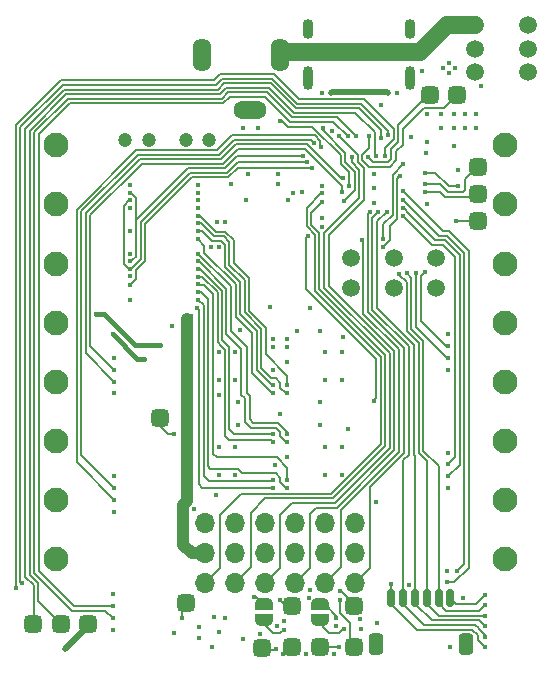
<source format=gbr>
%TF.GenerationSoftware,KiCad,Pcbnew,(7.0.0)*%
%TF.CreationDate,2023-08-07T02:07:43-04:00*%
%TF.ProjectId,NoU3,4e6f5533-2e6b-4696-9361-645f70636258,rev?*%
%TF.SameCoordinates,Original*%
%TF.FileFunction,Copper,L4,Bot*%
%TF.FilePolarity,Positive*%
%FSLAX46Y46*%
G04 Gerber Fmt 4.6, Leading zero omitted, Abs format (unit mm)*
G04 Created by KiCad (PCBNEW (7.0.0)) date 2023-08-07 02:07:43*
%MOMM*%
%LPD*%
G01*
G04 APERTURE LIST*
G04 Aperture macros list*
%AMRoundRect*
0 Rectangle with rounded corners*
0 $1 Rounding radius*
0 $2 $3 $4 $5 $6 $7 $8 $9 X,Y pos of 4 corners*
0 Add a 4 corners polygon primitive as box body*
4,1,4,$2,$3,$4,$5,$6,$7,$8,$9,$2,$3,0*
0 Add four circle primitives for the rounded corners*
1,1,$1+$1,$2,$3*
1,1,$1+$1,$4,$5*
1,1,$1+$1,$6,$7*
1,1,$1+$1,$8,$9*
0 Add four rect primitives between the rounded corners*
20,1,$1+$1,$2,$3,$4,$5,0*
20,1,$1+$1,$4,$5,$6,$7,0*
20,1,$1+$1,$6,$7,$8,$9,0*
20,1,$1+$1,$8,$9,$2,$3,0*%
%AMFreePoly0*
4,1,19,0.500000,-0.750000,0.000000,-0.750000,0.000000,-0.744911,-0.071157,-0.744911,-0.207708,-0.704816,-0.327430,-0.627875,-0.420627,-0.520320,-0.479746,-0.390866,-0.500000,-0.250000,-0.500000,0.250000,-0.479746,0.390866,-0.420627,0.520320,-0.327430,0.627875,-0.207708,0.704816,-0.071157,0.744911,0.000000,0.744911,0.000000,0.750000,0.500000,0.750000,0.500000,-0.750000,0.500000,-0.750000,
$1*%
%AMFreePoly1*
4,1,19,0.000000,0.744911,0.071157,0.744911,0.207708,0.704816,0.327430,0.627875,0.420627,0.520320,0.479746,0.390866,0.500000,0.250000,0.500000,-0.250000,0.479746,-0.390866,0.420627,-0.520320,0.327430,-0.627875,0.207708,-0.704816,0.071157,-0.744911,0.000000,-0.744911,0.000000,-0.750000,-0.500000,-0.750000,-0.500000,0.750000,0.000000,0.750000,0.000000,0.744911,0.000000,0.744911,
$1*%
G04 Aperture macros list end*
%TA.AperFunction,ComponentPad*%
%ADD10C,1.200000*%
%TD*%
%TA.AperFunction,ComponentPad*%
%ADD11C,2.100000*%
%TD*%
%TA.AperFunction,ComponentPad*%
%ADD12O,1.700000X1.700000*%
%TD*%
%TA.AperFunction,ComponentPad*%
%ADD13RoundRect,0.800000X0.000000X-0.600000X0.000000X-0.600000X0.000000X0.600000X0.000000X0.600000X0*%
%TD*%
%TA.AperFunction,ComponentPad*%
%ADD14RoundRect,0.800000X0.600000X0.000000X0.600000X0.000000X-0.600000X0.000000X-0.600000X0.000000X0*%
%TD*%
%TA.AperFunction,ComponentPad*%
%ADD15C,1.500000*%
%TD*%
%TA.AperFunction,ComponentPad*%
%ADD16O,0.900000X2.000000*%
%TD*%
%TA.AperFunction,ComponentPad*%
%ADD17O,0.900000X1.700000*%
%TD*%
%TA.AperFunction,SMDPad,CuDef*%
%ADD18RoundRect,0.375000X0.375000X0.375000X-0.375000X0.375000X-0.375000X-0.375000X0.375000X-0.375000X0*%
%TD*%
%TA.AperFunction,SMDPad,CuDef*%
%ADD19RoundRect,0.375000X0.375000X-0.375000X0.375000X0.375000X-0.375000X0.375000X-0.375000X-0.375000X0*%
%TD*%
%TA.AperFunction,SMDPad,CuDef*%
%ADD20RoundRect,0.375000X-0.375000X-0.375000X0.375000X-0.375000X0.375000X0.375000X-0.375000X0.375000X0*%
%TD*%
%TA.AperFunction,SMDPad,CuDef*%
%ADD21FreePoly0,90.000000*%
%TD*%
%TA.AperFunction,SMDPad,CuDef*%
%ADD22FreePoly1,90.000000*%
%TD*%
%TA.AperFunction,SMDPad,CuDef*%
%ADD23FreePoly0,270.000000*%
%TD*%
%TA.AperFunction,SMDPad,CuDef*%
%ADD24FreePoly1,270.000000*%
%TD*%
%TA.AperFunction,SMDPad,CuDef*%
%ADD25RoundRect,0.150000X0.150000X0.625000X-0.150000X0.625000X-0.150000X-0.625000X0.150000X-0.625000X0*%
%TD*%
%TA.AperFunction,SMDPad,CuDef*%
%ADD26RoundRect,0.250000X0.350000X0.650000X-0.350000X0.650000X-0.350000X-0.650000X0.350000X-0.650000X0*%
%TD*%
%TA.AperFunction,ViaPad*%
%ADD27C,0.450000*%
%TD*%
%TA.AperFunction,Conductor*%
%ADD28C,0.203200*%
%TD*%
%TA.AperFunction,Conductor*%
%ADD29C,0.500000*%
%TD*%
%TA.AperFunction,Conductor*%
%ADD30C,1.000000*%
%TD*%
%TA.AperFunction,Conductor*%
%ADD31C,0.200000*%
%TD*%
%TA.AperFunction,Conductor*%
%ADD32C,0.400000*%
%TD*%
%TA.AperFunction,Conductor*%
%ADD33C,1.500000*%
%TD*%
G04 APERTURE END LIST*
D10*
%TO.P,C39,1*%
%TO.N,VCC*%
X-8000000Y14000000D03*
%TO.P,C39,2*%
%TO.N,GND*%
X-6000000Y14000000D03*
%TD*%
D11*
%TO.P,J11,1,Pin_1*%
%TO.N,/MotorDriver-4/Aout2*%
X19000000Y-16500000D03*
%TO.P,J11,2,Pin_2*%
%TO.N,/MotorDriver-4/Aout1*%
X19000000Y-21500000D03*
%TD*%
%TO.P,J6,1,Pin_1*%
%TO.N,/MotorDriver-2/Bout1*%
X-19000000Y-1500000D03*
%TO.P,J6,2,Pin_2*%
%TO.N,/MotorDriver-2/Bout2*%
X-19000000Y3500000D03*
%TD*%
D12*
%TO.P,U19,1,PWR*%
%TO.N,+5V*%
X-1269999Y-20999999D03*
X1269999Y-20999999D03*
%TO.P,U19,2,GND*%
%TO.N,GND*%
X-1269999Y-18459999D03*
X1269999Y-18459999D03*
%TO.P,U19,3,srv1*%
%TO.N,SRV3*%
X-1269999Y-23539999D03*
%TO.P,U19,4,srv2*%
%TO.N,SRV4*%
X1269999Y-23539999D03*
%TD*%
D13*
%TO.P,J15,1*%
%TO.N,Net-(J15-Pad1)*%
X0Y21182500D03*
%TO.P,J15,2*%
%TO.N,GND*%
X-6650000Y21182500D03*
D14*
%TO.P,J15,3*%
%TO.N,N/C*%
X-2550000Y16482500D03*
%TD*%
D15*
%TO.P,D4,1,K*%
%TO.N,GND*%
X13200000Y1450000D03*
%TO.P,D4,2,A*%
%TO.N,Net-(D4-A)*%
X13200000Y3950000D03*
%TD*%
D11*
%TO.P,J5,1,Pin_1*%
%TO.N,/MotorDriver-2/Aout2*%
X-19000000Y8500000D03*
%TO.P,J5,2,Pin_2*%
%TO.N,/MotorDriver-2/Aout1*%
X-19000000Y13500000D03*
%TD*%
D16*
%TO.P,U17,S1,SHIELD*%
%TO.N,unconnected-(U17-SHIELD-PadS1)*%
X11019999Y19194999D03*
D17*
X11019999Y23364999D03*
D16*
X2379999Y19194999D03*
D17*
X2379999Y23364999D03*
%TD*%
D11*
%TO.P,J2,1,Pin_1*%
%TO.N,/MotorDriver-1/Aout2*%
X19000000Y3500000D03*
%TO.P,J2,2,Pin_2*%
%TO.N,/MotorDriver-1/Aout1*%
X19000000Y-1500000D03*
%TD*%
%TO.P,J12,1,Pin_1*%
%TO.N,MD4_B1*%
X19000000Y-6500000D03*
%TO.P,J12,2,Pin_2*%
%TO.N,MD4_B2*%
X19000000Y-11500000D03*
%TD*%
%TO.P,J3,1,Pin_1*%
%TO.N,/MotorDriver-1/Bout1*%
X19000000Y13500000D03*
%TO.P,J3,2,Pin_2*%
%TO.N,/MotorDriver-1/Bout2*%
X19000000Y8500000D03*
%TD*%
D12*
%TO.P,U18,1,PWR*%
%TO.N,+5V*%
X-6369999Y-20999999D03*
X-3829999Y-20999999D03*
%TO.P,U18,2,GND*%
%TO.N,GND*%
X-6369999Y-18459999D03*
X-3829999Y-18459999D03*
%TO.P,U18,3,srv1*%
%TO.N,SRV1*%
X-6369999Y-23539999D03*
%TO.P,U18,4,srv2*%
%TO.N,SRV2*%
X-3829999Y-23539999D03*
%TD*%
D11*
%TO.P,J9,1,Pin_1*%
%TO.N,MD3_B1*%
X-19000000Y-21500000D03*
%TO.P,J9,2,Pin_2*%
%TO.N,MD3_B2*%
X-19000000Y-16500000D03*
%TD*%
D12*
%TO.P,U7,1,PWR*%
%TO.N,+3V3*%
X3779999Y-20999999D03*
X6319999Y-20999999D03*
%TO.P,U7,2,GND*%
%TO.N,GND*%
X3779999Y-18459999D03*
X6319999Y-18459999D03*
%TO.P,U7,3,srv1*%
%TO.N,GPIO_MISC1*%
X3779999Y-23539999D03*
%TO.P,U7,4,srv2*%
%TO.N,GPIO_MISC2*%
X6319999Y-23539999D03*
%TD*%
D15*
%TO.P,D5,1,K*%
%TO.N,GND*%
X6000000Y1450000D03*
%TO.P,D5,2,A*%
%TO.N,Net-(D5-A)*%
X6000000Y3950000D03*
%TD*%
%TO.P,U8,1,1*%
%TO.N,unconnected-(U8-Pad1)*%
X16450000Y19700000D03*
%TO.P,U8,2,2*%
%TO.N,Net-(Q1-D)*%
X16450000Y21700000D03*
%TO.P,U8,3,3*%
%TO.N,Net-(J15-Pad1)*%
X16450000Y23700000D03*
%TO.P,U8,4,4*%
%TO.N,unconnected-(U8-Pad4)*%
X20950000Y19700000D03*
%TO.P,U8,5,5*%
%TO.N,unconnected-(U8-Pad5)*%
X20950000Y21700000D03*
%TO.P,U8,6,6*%
%TO.N,unconnected-(U8-Pad6)*%
X20950000Y23700000D03*
%TD*%
D10*
%TO.P,C20,1*%
%TO.N,VCC*%
X-11150000Y14000000D03*
%TO.P,C20,2*%
%TO.N,GND*%
X-13150000Y14000000D03*
%TD*%
D11*
%TO.P,J8,1,Pin_1*%
%TO.N,/MotorDriver-3/Aout2*%
X-19000000Y-11500000D03*
%TO.P,J8,2,Pin_2*%
%TO.N,/MotorDriver-3/Aout1*%
X-19000000Y-6500000D03*
%TD*%
D15*
%TO.P,D6,1,K*%
%TO.N,GND*%
X9600000Y1450000D03*
%TO.P,D6,2,A*%
%TO.N,Net-(D6-A)*%
X9600000Y3950000D03*
%TD*%
D18*
%TO.P,TP8,1,1*%
%TO.N,Net-(U23-INT2)*%
X3400000Y-29000000D03*
%TD*%
%TO.P,TP6,1,1*%
%TO.N,Q_SDA*%
X-18600000Y-27000000D03*
%TD*%
D19*
%TO.P,TP21,1,1*%
%TO.N,SNS_VER*%
X12700000Y17800000D03*
%TD*%
D18*
%TO.P,TP9,1,1*%
%TO.N,GND*%
X-16300000Y-27000000D03*
%TD*%
%TO.P,TP5,1,1*%
%TO.N,Net-(U23-ASCx)*%
X6200000Y-25500000D03*
%TD*%
D20*
%TO.P,TP15,1,1*%
%TO.N,Net-(U26-INT2)*%
X1000000Y-25500000D03*
%TD*%
D21*
%TO.P,JP2,1,A*%
%TO.N,+3V3*%
X-1400000Y-26650000D03*
D22*
%TO.P,JP2,2,B*%
%TO.N,Net-(JP2-B)*%
X-1400000Y-25350000D03*
%TD*%
D20*
%TO.P,TP1,1,1*%
%TO.N,Net-(U2-U0TXD)*%
X16700000Y9400000D03*
%TD*%
D18*
%TO.P,TP3,1,1*%
%TO.N,GND*%
X16700000Y7100000D03*
%TD*%
%TO.P,TP20,1,1*%
%TO.N,SNS_VIN*%
X15000000Y17800000D03*
%TD*%
D20*
%TO.P,TP17,1,1*%
%TO.N,Net-(U26-SCx)*%
X1000000Y-29000000D03*
%TD*%
D23*
%TO.P,JP1,1,A*%
%TO.N,+3V3*%
X3400000Y-25350000D03*
D24*
%TO.P,JP1,2,B*%
%TO.N,Net-(JP1-B)*%
X3400000Y-26650000D03*
%TD*%
D20*
%TO.P,TP2,1,1*%
%TO.N,Net-(U2-U0RXD)*%
X16700000Y11700000D03*
%TD*%
D18*
%TO.P,TP22,1,1*%
%TO.N,nSleep*%
X-10200000Y-9600000D03*
%TD*%
%TO.P,TP7,1,1*%
%TO.N,Q_SCL*%
X-20900000Y-27000000D03*
%TD*%
D25*
%TO.P,J16,1,Pin_1*%
%TO.N,GND*%
X14400000Y-24800000D03*
%TO.P,J16,2,Pin_2*%
%TO.N,SF_SCL*%
X13400000Y-24800000D03*
%TO.P,J16,3,Pin_3*%
%TO.N,SF_SDA*%
X12400000Y-24800000D03*
%TO.P,J16,4,Pin_4*%
%TO.N,SF_INT1*%
X11400000Y-24800000D03*
%TO.P,J16,5,Pin_5*%
%TO.N,SF_INT2*%
X10400000Y-24800000D03*
%TO.P,J16,6,Pin_6*%
%TO.N,GPIO_MISC2*%
X9400000Y-24800000D03*
D26*
%TO.P,J16,MP*%
%TO.N,N/C*%
X15700000Y-28675000D03*
X8100000Y-28675000D03*
%TD*%
D18*
%TO.P,TP10,1,1*%
%TO.N,GND*%
X-8000000Y-25200000D03*
%TD*%
D20*
%TO.P,TP16,1,1*%
%TO.N,Net-(U26-SDx)*%
X-1512735Y-29060353D03*
%TD*%
D18*
%TO.P,TP4,1,1*%
%TO.N,Net-(U23-ASDx)*%
X6200000Y-29000000D03*
%TD*%
D27*
%TO.N,GND*%
X7900000Y9900000D03*
X-5200000Y-6350000D03*
X-3200000Y-28300000D03*
X5200000Y-12000000D03*
X-3600000Y-8200000D03*
X7900000Y11100000D03*
X3500332Y17932185D03*
X8200000Y-26900000D03*
X-12733506Y2404388D03*
X4700000Y-27200000D03*
X-4725000Y-26525000D03*
X15600000Y15000000D03*
X16600000Y15000000D03*
X14900000Y7100000D03*
X13600000Y16200000D03*
X9909479Y17922881D03*
X15600000Y16200000D03*
X-14200000Y-27500000D03*
X8500000Y16900000D03*
X3400000Y-10200000D03*
X15059037Y11392283D03*
X-3600000Y-10200000D03*
X14734037Y13454502D03*
X5200000Y-14400000D03*
X3800000Y-14400000D03*
X-5200000Y-12000000D03*
X3350000Y-2200000D03*
X14100000Y-22500000D03*
X-14100000Y-7500000D03*
X3800000Y-4000000D03*
X-3800000Y-14400000D03*
X14200000Y-2500000D03*
X17000000Y18500000D03*
X14200000Y-12500000D03*
X-14100000Y-17500000D03*
X7900000Y8600000D03*
X-7300000Y-17300000D03*
X12400000Y16200000D03*
X-12750000Y8200000D03*
X-5400000Y7000000D03*
X1838623Y9532520D03*
X3800000Y-12000000D03*
X12400000Y13800000D03*
X14700000Y16200000D03*
X12000000Y19800000D03*
X17300000Y-24600000D03*
X16600000Y16200000D03*
X300000Y-26800000D03*
X13600000Y15000000D03*
X-18200000Y-29100000D03*
X14700000Y15000000D03*
X5200000Y-6400000D03*
X-176894Y11049495D03*
X-4700000Y7000000D03*
X-3800000Y-12000000D03*
X-3394651Y-2140405D03*
X5200000Y-4000000D03*
X-8300000Y-26500000D03*
X-3800000Y-6400000D03*
X3400000Y-8200000D03*
X-3800000Y-4000000D03*
X3800000Y-6400000D03*
X11059037Y14250000D03*
X-200000Y10200000D03*
X-5200000Y-4000000D03*
X14400000Y-29000000D03*
X-5200000Y-14400000D03*
%TO.N,VCC*%
X1037035Y9484763D03*
X-2760596Y11107840D03*
X-425000Y-13525000D03*
X0Y-9200000D03*
X13805738Y20048653D03*
X-5200000Y4900000D03*
X5700000Y-10500000D03*
X-5452224Y-16057578D03*
X-600000Y-5525000D03*
X600000Y-12875000D03*
X1450000Y-2200000D03*
X-900000Y-187213D03*
X5300000Y-2700000D03*
X679500Y8887500D03*
X14300000Y19600000D03*
X14300000Y20500000D03*
X14777031Y20055648D03*
X-5200000Y-7600000D03*
X600000Y-4875000D03*
X-5900000Y4900000D03*
%TO.N,+3V3*%
X-12750000Y450000D03*
X-5225000Y-27725000D03*
X4543125Y-29567348D03*
X12359037Y12850000D03*
X3533877Y6591537D03*
X-1914292Y14953493D03*
X10900000Y-23700000D03*
X2500000Y-300000D03*
X-3127019Y14961524D03*
X4400000Y14731216D03*
X-14100000Y-4500000D03*
X-14200000Y-24500000D03*
X-2900000Y8900000D03*
X12459037Y8500000D03*
X-12750000Y4325000D03*
X2400000Y-24800000D03*
X15500000Y-24800000D03*
X-9000000Y-27800000D03*
X-5625000Y-26425000D03*
X-12750000Y6225000D03*
X4700000Y-26500000D03*
X-12750000Y10125000D03*
X-14100000Y-14500000D03*
X300000Y-27500000D03*
X14200000Y-5500000D03*
X3500000Y10100000D03*
X14200000Y-15500000D03*
%TO.N,+5V*%
X-4205785Y10249659D03*
X-8100000Y-1400000D03*
X-7600000Y-900000D03*
%TO.N,Net-(U2-XTAL_N)*%
X15059037Y10050000D03*
X12259037Y11200000D03*
%TO.N,SNS_VIN*%
X7487300Y14299808D03*
X15500000Y17900000D03*
%TO.N,E1A*%
X14200000Y-4500000D03*
X11469399Y2740879D03*
%TO.N,E1B*%
X14200000Y-3500000D03*
X12242133Y2757867D03*
%TO.N,E3A*%
X2878830Y13678830D03*
X-14100000Y-15500000D03*
%TO.N,E3B*%
X-14100000Y-16500000D03*
X3446337Y13406416D03*
%TO.N,E2A*%
X-14100000Y-5500000D03*
X5262763Y9540257D03*
%TO.N,E2B*%
X5307867Y10707867D03*
X-14100000Y-6500000D03*
%TO.N,/MotorDriver-1/BIN1*%
X-7000000Y10150000D03*
X600000Y-2900000D03*
%TO.N,/MotorDriver-1/BIN2*%
X-7000000Y9500000D03*
X600000Y-3575000D03*
%TO.N,/MotorDriver-1/AIN2*%
X-7000000Y7550000D03*
X600000Y-6800000D03*
%TO.N,/MotorDriver-2/BIN1*%
X-600000Y-7500000D03*
X-7000000Y5575000D03*
%TO.N,/MotorDriver-2/BIN2*%
X-600000Y-6825000D03*
X-7000000Y6250000D03*
%TO.N,/MotorDriver-2/AIN2*%
X-7000000Y8200000D03*
X-600000Y-3575000D03*
%TO.N,/MotorDriver-2/AIN1*%
X-600000Y-2900000D03*
X-7000000Y8850000D03*
%TO.N,/MotorDriver-3/BIN1*%
X-600000Y-15500000D03*
X-7025000Y-225000D03*
%TO.N,/MotorDriver-3/BIN2*%
X-600000Y-14825000D03*
X-7000000Y450000D03*
%TO.N,/MotorDriver-3/AIN2*%
X-7000000Y2400000D03*
X-600000Y-11575000D03*
%TO.N,/MotorDriver-3/AIN1*%
X-600000Y-10900000D03*
X-7000000Y3050000D03*
%TO.N,/MotorDriver-4/BIN1*%
X-7000000Y4350000D03*
X600000Y-10900000D03*
%TO.N,/MotorDriver-4/BIN2*%
X-7000000Y3700000D03*
X600000Y-11575000D03*
%TO.N,/MotorDriver-4/AIN2*%
X-7000000Y1750000D03*
X600000Y-14825000D03*
%TO.N,/MotorDriver-4/AIN1*%
X-7000000Y1100000D03*
X600000Y-15500000D03*
%TO.N,SRV1*%
X3559037Y9450000D03*
%TO.N,SRV2*%
X3559037Y8750000D03*
%TO.N,SRV3*%
X6030168Y12481020D03*
%TO.N,SRV4*%
X4981216Y14281216D03*
%TO.N,/VUSB*%
X4302472Y17930856D03*
X9104680Y17941489D03*
%TO.N,/MotorDriver-2/Aout2*%
X-10200000Y-3400000D03*
X-15600000Y-800000D03*
%TO.N,/MotorDriver-2/Bout1*%
X-14200000Y-2500000D03*
X-11500000Y-4600000D03*
%TO.N,M_SRCLK*%
X1906189Y12620300D03*
X-12752913Y9477268D03*
X-12747462Y3681366D03*
%TO.N,M_RCLK*%
X-12749424Y8852735D03*
X2293124Y12123757D03*
X-12730017Y3056833D03*
%TO.N,M_SER*%
X2642340Y11600000D03*
X-12750000Y1725000D03*
%TO.N,E_D+*%
X-7867Y15592133D03*
X5800000Y10100000D03*
%TO.N,E_D-*%
X3600000Y14970498D03*
X5400000Y8800000D03*
%TO.N,E5A*%
X-14200000Y-25500000D03*
X5689083Y14289083D03*
%TO.N,Net-(U2-CHIP_PU)*%
X-21893900Y-23554875D03*
X9100000Y14400000D03*
%TO.N,Net-(U2-GPIO0)*%
X-22400000Y-24000000D03*
X8900000Y12600000D03*
%TO.N,/MotorDriver-1/AIN1*%
X600000Y-7500000D03*
X-7000000Y6900000D03*
%TO.N,E4A*%
X15000000Y-22500000D03*
X10400000Y8900000D03*
%TO.N,E4B*%
X14100000Y-23500000D03*
X10400000Y9600000D03*
%TO.N,E5B*%
X6393900Y14300000D03*
X-14200000Y-26500000D03*
%TO.N,Net-(U2-U0TXD)*%
X12259037Y9550000D03*
%TO.N,Net-(U2-U0RXD)*%
X12259037Y10250000D03*
%TO.N,SF_SCL*%
X6800000Y-27400000D03*
X-1700000Y-27900000D03*
X10714444Y2682396D03*
X17300000Y-25400000D03*
X-5824087Y-28955872D03*
%TO.N,SF_SDA*%
X-6848348Y-28213134D03*
X-247608Y-27148703D03*
X10081770Y2639863D03*
X6772763Y-26628997D03*
X17300000Y-26300000D03*
%TO.N,SF_INT1*%
X9000000Y7895498D03*
X17300000Y-27200000D03*
X2500000Y-24100000D03*
%TO.N,SF_INT2*%
X8300000Y7895498D03*
X2188504Y-29549948D03*
X17300000Y-28100000D03*
%TO.N,GPIO_MISC2*%
X7600000Y7895498D03*
X-6872307Y-27254761D03*
X17300000Y-29000000D03*
X9400000Y-23600000D03*
%TO.N,E6A*%
X10395900Y8163121D03*
X14200000Y-14500000D03*
%TO.N,E6B*%
X14200000Y-13500000D03*
X10400000Y7500000D03*
%TO.N,Net-(JP1-B)*%
X5355523Y-27452273D03*
%TO.N,Net-(JP2-B)*%
X-2200000Y-24700000D03*
%TO.N,LED_MISC1*%
X8710917Y4889083D03*
X10097124Y10881389D03*
%TO.N,SNS_VER*%
X7426068Y12501910D03*
%TO.N,LED_MISC2*%
X8706100Y5600000D03*
X10400000Y11900000D03*
%TO.N,Net-(U23-ASDx)*%
X5061328Y-24947499D03*
%TO.N,Net-(U23-ASCx)*%
X5035594Y-24247355D03*
%TO.N,Net-(U23-INT2)*%
X5000000Y-29000000D03*
%TO.N,Net-(U26-INT2)*%
X0Y-25000000D03*
%TO.N,Net-(U26-SDx)*%
X-354376Y-29111608D03*
%TO.N,Net-(U26-SCx)*%
X200680Y-29550862D03*
%TO.N,nSleep*%
X8100000Y-16700000D03*
X7900000Y-8100000D03*
X-9200000Y-1800000D03*
X-9000000Y-10900000D03*
X3520574Y7320574D03*
X2331006Y5820306D03*
%TO.N,GPIO_MISC1*%
X6900000Y5500000D03*
%TO.N,Q_SCL*%
X8500000Y14100000D03*
%TO.N,Q_SDA*%
X8100000Y12600000D03*
%TD*%
D28*
%TO.N,GND*%
X-8300000Y-26500000D02*
X-8300000Y-25500000D01*
X14906600Y-25306600D02*
X16593400Y-25306600D01*
D29*
X-16300000Y-27200000D02*
X-18200000Y-29100000D01*
D28*
X16593400Y-25306600D02*
X17300000Y-24600000D01*
X16700000Y7100000D02*
X14900000Y7100000D01*
X14400000Y-24800000D02*
X14906600Y-25306600D01*
D29*
X-16300000Y-27000000D02*
X-16300000Y-27200000D01*
D28*
X-8300000Y-25500000D02*
X-8000000Y-25200000D01*
%TO.N,+3V3*%
X4700000Y-26301756D02*
X3748244Y-25350000D01*
X300000Y-27500000D02*
X0Y-27800000D01*
X3748244Y-25350000D02*
X3400000Y-25350000D01*
X-1400000Y-27000000D02*
X-1400000Y-26650000D01*
X4700000Y-26500000D02*
X4700000Y-26301756D01*
X0Y-27800000D02*
X-600000Y-27800000D01*
X-600000Y-27800000D02*
X-1400000Y-27000000D01*
D30*
%TO.N,+5V*%
X-8200000Y-18300000D02*
X-8205000Y-18295000D01*
X-6370000Y-21000000D02*
X-7500000Y-21000000D01*
X-7900000Y-16600000D02*
X-7900000Y-1200000D01*
X-8200000Y-20300000D02*
X-8200000Y-18300000D01*
X-8205000Y-16905000D02*
X-7900000Y-16600000D01*
X-7500000Y-21000000D02*
X-8200000Y-20300000D01*
X-8205000Y-18295000D02*
X-8205000Y-16905000D01*
D28*
%TO.N,Net-(U2-XTAL_N)*%
X14250000Y10050000D02*
X13100000Y11200000D01*
X13100000Y11200000D02*
X12259037Y11200000D01*
X15059037Y10050000D02*
X14250000Y10050000D01*
%TO.N,SNS_VIN*%
X7500000Y13292283D02*
X6919468Y12711751D01*
X13816441Y16700000D02*
X13900000Y16700000D01*
X7500000Y14287108D02*
X7500000Y13292283D01*
X10373000Y14889441D02*
X12190159Y16706600D01*
X9268567Y11710200D02*
X9789800Y12231433D01*
X9789800Y12989800D02*
X10373000Y13573000D01*
X13390159Y16706600D02*
X13809841Y16706600D01*
X10373000Y13573000D02*
X10373000Y14889441D01*
X12609841Y16706600D02*
X12616441Y16700000D01*
X12616441Y16700000D02*
X13383559Y16700000D01*
X9789800Y12231433D02*
X9789800Y12989800D01*
X7501337Y11710200D02*
X9268567Y11710200D01*
X6919468Y12292069D02*
X7501337Y11710200D01*
X6919468Y12711751D02*
X6919468Y12292069D01*
X13383559Y16700000D02*
X13390159Y16706600D01*
X13809841Y16706600D02*
X13816441Y16700000D01*
X13900000Y16700000D02*
X15000000Y17800000D01*
X12190159Y16706600D02*
X12609841Y16706600D01*
X7487300Y14299808D02*
X7500000Y14287108D01*
%TO.N,E1A*%
X11469399Y2740879D02*
X11500000Y2710278D01*
X11500000Y-1900000D02*
X14100000Y-4500000D01*
X11500000Y2710278D02*
X11500000Y-1900000D01*
X14100000Y-4500000D02*
X14200000Y-4500000D01*
%TO.N,E1B*%
X11900000Y2415734D02*
X11900000Y-1400000D01*
X12242133Y2757867D02*
X11900000Y2415734D01*
X11900000Y-1400000D02*
X14000000Y-3500000D01*
X14000000Y-3500000D02*
X14200000Y-3500000D01*
%TO.N,E3A*%
X-16873000Y-12727000D02*
X-14100000Y-15500000D01*
X-3907674Y13983200D02*
X-5174074Y12716800D01*
X-12067053Y12716800D02*
X-16873000Y7910853D01*
X-16873000Y7910853D02*
X-16873000Y-12727000D01*
X2878830Y13678830D02*
X2574460Y13983200D01*
X2574460Y13983200D02*
X-3907674Y13983200D01*
X-5174074Y12716800D02*
X-12067053Y12716800D01*
%TO.N,E3B*%
X-17256200Y-13343800D02*
X-14100000Y-16500000D01*
X-17256200Y8069579D02*
X-17256200Y-13343800D01*
X3384597Y13468156D02*
X3385430Y13468989D01*
X-5332800Y13100000D02*
X-12225779Y13100000D01*
X2907701Y14366400D02*
X-4066400Y14366400D01*
X-12225779Y13100000D02*
X-17256200Y8069579D01*
X3385430Y13468989D02*
X3385430Y13888671D01*
X3385430Y13888671D02*
X2907701Y14366400D01*
X3446337Y13406416D02*
X3384597Y13468156D01*
X-4066400Y14366400D02*
X-5332800Y13100000D01*
%TO.N,E2A*%
X5262763Y10037237D02*
X2100000Y13200000D01*
X-4856621Y11950400D02*
X-11749600Y11950400D01*
X-16106600Y-3493400D02*
X-14100000Y-5500000D01*
X-16106600Y7593400D02*
X-16106600Y-3493400D01*
X2100000Y13200000D02*
X-3607022Y13200000D01*
X-3607022Y13200000D02*
X-4856621Y11950400D01*
X5262763Y9540257D02*
X5262763Y10037237D01*
X-11749600Y11950400D02*
X-16106600Y7593400D01*
%TO.N,E2B*%
X2241926Y13600000D02*
X-3748948Y13600000D01*
X-5015347Y12333600D02*
X-11908327Y12333600D01*
X5134059Y10707867D02*
X2241926Y13600000D01*
X-16489800Y7752127D02*
X-16489800Y-4110200D01*
X-3748948Y13600000D02*
X-5015347Y12333600D01*
X-16489800Y-4110200D02*
X-14100000Y-6500000D01*
X-11908327Y12333600D02*
X-16489800Y7752127D01*
X5307867Y10707867D02*
X5134059Y10707867D01*
D31*
%TO.N,/MotorDriver-1/AIN2*%
X-4642598Y6180000D02*
X-3931800Y5469201D01*
X600000Y-6000000D02*
X600000Y-6800000D01*
X-5442598Y6180000D02*
X-4642598Y6180000D01*
X-1200000Y-1922934D02*
X-1200000Y-4200000D01*
X-2638400Y2275801D02*
X-2638400Y-484534D01*
X-7000000Y7550000D02*
X-6812598Y7550000D01*
X-3931800Y5469201D02*
X-3931800Y3569201D01*
X-6812598Y7550000D02*
X-5442598Y6180000D01*
X-1200000Y-4200000D02*
X600000Y-6000000D01*
X-3931800Y3569201D02*
X-2638400Y2275801D01*
X-2638400Y-484534D02*
X-1200000Y-1922934D01*
D28*
%TO.N,/MotorDriver-2/BIN1*%
X-6451072Y4409439D02*
X-6451072Y5026072D01*
X-2400000Y-5800000D02*
X-2400000Y-2400000D01*
X-2400000Y-2400000D02*
X-3793600Y-1006400D01*
X-6451072Y5026072D02*
X-7000000Y5575000D01*
X-700000Y-7500000D02*
X-2400000Y-5800000D01*
X-600000Y-7500000D02*
X-700000Y-7500000D01*
X-3793600Y1751967D02*
X-6451072Y4409439D01*
X-3793600Y-1006400D02*
X-3793600Y1751967D01*
%TO.N,/MotorDriver-2/BIN2*%
X-5806600Y5406600D02*
X-6650000Y6250000D01*
X-4693400Y5109841D02*
X-4990159Y5406600D01*
X-2000000Y-2200000D02*
X-3400000Y-800000D01*
X-4990159Y5406600D02*
X-5806600Y5406600D01*
X-4700000Y4683559D02*
X-4693400Y4690159D01*
X-3400000Y1920963D02*
X-4700000Y3220963D01*
X-4700000Y3220963D02*
X-4700000Y4683559D01*
X-4693400Y4690159D02*
X-4693400Y5109841D01*
X-714664Y-6825000D02*
X-2000000Y-5539664D01*
X-600000Y-6825000D02*
X-714664Y-6825000D01*
X-3400000Y-800000D02*
X-3400000Y1920963D01*
X-2000000Y-5539664D02*
X-2000000Y-2200000D01*
X-6650000Y6250000D02*
X-7000000Y6250000D01*
D31*
%TO.N,/MotorDriver-3/BIN1*%
X-6900000Y-15200000D02*
X-6600000Y-15500000D01*
X-6600000Y-15500000D02*
X-600000Y-15500000D01*
X-6900000Y-350000D02*
X-6900000Y-15200000D01*
X-7025000Y-225000D02*
X-6900000Y-350000D01*
%TO.N,/MotorDriver-3/BIN2*%
X-7000000Y450000D02*
X-6950000Y450000D01*
X-6069672Y-14930328D02*
X-705328Y-14930328D01*
X-6500000Y-14500000D02*
X-6069672Y-14930328D01*
X-6500000Y0D02*
X-6500000Y-14500000D01*
X-6950000Y450000D02*
X-6500000Y0D01*
X-705328Y-14930328D02*
X-600000Y-14825000D01*
%TO.N,/MotorDriver-3/AIN2*%
X-4695000Y-3790822D02*
X-4695000Y-11105000D01*
X-7000000Y2400000D02*
X-6660336Y2400000D01*
X-697387Y-11477613D02*
X-600000Y-11575000D01*
X-5005000Y-3495000D02*
X-4990822Y-3495000D01*
X-4990822Y-3495000D02*
X-4695000Y-3790822D01*
X-5318400Y-3181600D02*
X-5005000Y-3495000D01*
X-4322387Y-11477613D02*
X-697387Y-11477613D01*
X-6660336Y2400000D02*
X-5318400Y1058064D01*
X-4695000Y-11105000D02*
X-4322387Y-11477613D01*
X-5318400Y1058064D02*
X-5318400Y-3181600D01*
%TO.N,/MotorDriver-3/AIN1*%
X-4938400Y-2961600D02*
X-4305000Y-3595000D01*
X-6772935Y3050000D02*
X-4938400Y1215465D01*
X-4305000Y-10495000D02*
X-3900000Y-10900000D01*
X-7000000Y3050000D02*
X-6772935Y3050000D01*
X-4938400Y1215465D02*
X-4938400Y-2961600D01*
X-4305000Y-3595000D02*
X-4305000Y-10495000D01*
X-3900000Y-10900000D02*
X-600000Y-10900000D01*
D28*
%TO.N,/MotorDriver-4/BIN1*%
X-6933559Y4350000D02*
X-7000000Y4350000D01*
X-2800000Y-3600000D02*
X-4176800Y-2223200D01*
X-4176800Y-2223200D02*
X-4176800Y1593241D01*
X-200000Y-10000000D02*
X-2300000Y-10000000D01*
X-2600000Y-9700000D02*
X-2600000Y-7700000D01*
X-2800000Y-7500000D02*
X-2800000Y-3600000D01*
X600000Y-10900000D02*
X600000Y-10800000D01*
X-2300000Y-10000000D02*
X-2600000Y-9700000D01*
X600000Y-10800000D02*
X-200000Y-10000000D01*
X-2600000Y-7700000D02*
X-2800000Y-7500000D01*
X-4176800Y1593241D02*
X-6933559Y4350000D01*
D31*
%TO.N,/MotorDriver-4/BIN2*%
X-3295000Y-7605000D02*
X-3000000Y-7900000D01*
X-3000000Y-7900000D02*
X-3000000Y-9900000D01*
X-4558400Y1372866D02*
X-4558400Y-2491600D01*
X-3000000Y-9900000D02*
X-2505000Y-10395000D01*
X-4558400Y-2491600D02*
X-3295000Y-3755000D01*
X-3295000Y-3755000D02*
X-3295000Y-7605000D01*
X0Y-10750000D02*
X0Y-11100000D01*
X-6885534Y3700000D02*
X-4558400Y1372866D01*
X-2505000Y-10395000D02*
X-355000Y-10395000D01*
X0Y-11100000D02*
X475000Y-11575000D01*
X-7000000Y3700000D02*
X-6885534Y3700000D01*
X-355000Y-10395000D02*
X0Y-10750000D01*
X475000Y-11575000D02*
X600000Y-11575000D01*
D28*
%TO.N,/MotorDriver-4/AIN2*%
X600000Y-13800000D02*
X-300000Y-12900000D01*
X-5700000Y-12600000D02*
X-5700000Y900000D01*
X-6950000Y1700000D02*
X-7000000Y1750000D01*
X-6500000Y1700000D02*
X-6950000Y1700000D01*
X600000Y-14825000D02*
X600000Y-13800000D01*
X-300000Y-12900000D02*
X-5400000Y-12900000D01*
X-5700000Y900000D02*
X-6500000Y1700000D01*
X-5400000Y-12900000D02*
X-5700000Y-12600000D01*
D31*
%TO.N,/MotorDriver-4/AIN1*%
X490490Y-15500000D02*
X600000Y-15500000D01*
X-6120000Y520000D02*
X-6120000Y-13680000D01*
X-6700000Y1100000D02*
X-6120000Y520000D01*
X0Y-14667586D02*
X0Y-15009510D01*
X-3206532Y-14271452D02*
X-396134Y-14271452D01*
X-7000000Y1100000D02*
X-6700000Y1100000D01*
X-3589887Y-13888097D02*
X-3206532Y-14271452D01*
X-6120000Y-13680000D02*
X-5911903Y-13888097D01*
X-5911903Y-13888097D02*
X-3589887Y-13888097D01*
X0Y-15009510D02*
X490490Y-15500000D01*
X-396134Y-14271452D02*
X0Y-14667586D01*
D28*
%TO.N,SRV1*%
X2222907Y6644140D02*
X2222907Y8222907D01*
X-809841Y-16006600D02*
X4309841Y-16006600D01*
X8500000Y-4400000D02*
X2916800Y1183200D01*
X8500000Y-11800000D02*
X8500000Y-4400000D01*
X5800000Y-14516441D02*
X5800000Y-14500000D01*
X-5100000Y-17800000D02*
X-3300000Y-16000000D01*
X-816441Y-16000000D02*
X-809841Y-16006600D01*
X-6370000Y-23540000D02*
X-5100000Y-22270000D01*
X4309841Y-16006600D02*
X5800000Y-14516441D01*
X2916800Y1183200D02*
X2916800Y5950247D01*
X-3300000Y-16000000D02*
X-816441Y-16000000D01*
X3450000Y9450000D02*
X3559037Y9450000D01*
X2916800Y5950247D02*
X2222907Y6644140D01*
X2222907Y8222907D02*
X3450000Y9450000D01*
X5800000Y-14500000D02*
X8500000Y-11800000D01*
X-5100000Y-22270000D02*
X-5100000Y-17800000D01*
%TO.N,SRV2*%
X-1289800Y-16389800D02*
X-2500000Y-17600000D01*
X-2500000Y-17600000D02*
X-2500000Y-22210000D01*
X3559037Y8709037D02*
X2606107Y7756107D01*
X-2500000Y-22210000D02*
X-3830000Y-23540000D01*
X8883200Y-11975169D02*
X4468569Y-16389800D01*
X8883200Y-4241274D02*
X8883200Y-11975169D01*
X3300000Y6108973D02*
X3300000Y1341926D01*
X3559037Y8750000D02*
X3559037Y8709037D01*
X4468569Y-16389800D02*
X-1289800Y-16389800D01*
X2606107Y7756107D02*
X2606107Y6802866D01*
X3300000Y1341926D02*
X8883200Y-4241274D01*
X2606107Y6802866D02*
X3300000Y6108973D01*
%TO.N,SRV3*%
X6030168Y12097517D02*
X6689800Y11437886D01*
X1027000Y-16773000D02*
X0Y-17800000D01*
X6689800Y11437886D02*
X6689800Y9031726D01*
X9266400Y-4082548D02*
X9266400Y-12133895D01*
X0Y-17800000D02*
X0Y-22270000D01*
X6030168Y12481020D02*
X6030168Y12097517D01*
X9266400Y-12133895D02*
X4627295Y-16773000D01*
X3716800Y6058726D02*
X3716800Y1467052D01*
X3716800Y1467052D02*
X9266400Y-4082548D01*
X4627295Y-16773000D02*
X1027000Y-16773000D01*
X0Y-22270000D02*
X-1270000Y-23540000D01*
X6689800Y9031726D02*
X3716800Y6058726D01*
%TO.N,SRV4*%
X9649600Y-3923821D02*
X4100000Y1625779D01*
X9649600Y-12292621D02*
X9649600Y-3923821D01*
X6536268Y12133344D02*
X6536268Y12726164D01*
X4786021Y-17156200D02*
X9649600Y-12292621D01*
X7073000Y11596613D02*
X6536268Y12133344D01*
X1270000Y-23540000D02*
X2500000Y-22310000D01*
X2500000Y-17700000D02*
X3043800Y-17156200D01*
X4100000Y1625779D02*
X4100000Y5900000D01*
X3043800Y-17156200D02*
X4786021Y-17156200D01*
X2500000Y-22310000D02*
X2500000Y-17700000D01*
X7073000Y8873000D02*
X7073000Y11596613D01*
X6536268Y12726164D02*
X4981216Y14281216D01*
X4100000Y5900000D02*
X7073000Y8873000D01*
D29*
%TO.N,/VUSB*%
X9046169Y18000000D02*
X4371616Y18000000D01*
X9104680Y17941489D02*
X9046169Y18000000D01*
X4371616Y18000000D02*
X4302472Y17930856D01*
D32*
%TO.N,/MotorDriver-2/Aout2*%
X-12300000Y-3400000D02*
X-10200000Y-3400000D01*
X-15600000Y-800000D02*
X-14900000Y-800000D01*
X-14900000Y-800000D02*
X-12300000Y-3400000D01*
%TO.N,/MotorDriver-2/Bout1*%
X-11500000Y-4600000D02*
X-12100000Y-4600000D01*
X-12100000Y-4600000D02*
X-14200000Y-2500000D01*
D28*
%TO.N,M_SRCLK*%
X-12223417Y9073417D02*
X-12627268Y9477268D01*
X-12350000Y3950000D02*
X-12223417Y4076583D01*
X1885889Y12600000D02*
X-3665096Y12600000D01*
X-3665096Y12600000D02*
X-4697896Y11567200D01*
X-12747462Y3681366D02*
X-12618634Y3681366D01*
X-12223417Y4076583D02*
X-12223417Y9073417D01*
X-7832800Y11567200D02*
X-12243400Y7156600D01*
X-12627268Y9477268D02*
X-12752913Y9477268D01*
X-12243400Y4056600D02*
X-12350000Y3950000D01*
X-12618634Y3681366D02*
X-12350000Y3950000D01*
X-4697896Y11567200D02*
X-7832800Y11567200D01*
X-12243400Y7156600D02*
X-12243400Y4056600D01*
X1906189Y12620300D02*
X1885889Y12600000D01*
%TO.N,M_RCLK*%
X2293124Y12123757D02*
X2269367Y12100000D01*
X-11800000Y7041927D02*
X-11800000Y3912387D01*
X-12839370Y3056833D02*
X-12730017Y3056833D01*
X-3623170Y12100000D02*
X-4539170Y11184000D01*
X-12813706Y8852735D02*
X-13256600Y8409841D01*
X-7657927Y11184000D02*
X-11800000Y7041927D01*
X-13256600Y3474063D02*
X-12839370Y3056833D01*
X-13256600Y8409841D02*
X-13256600Y3474063D01*
X-12655554Y3056833D02*
X-12730017Y3056833D01*
X-4539170Y11184000D02*
X-7657927Y11184000D01*
X-12749424Y8852735D02*
X-12813706Y8852735D01*
X-11800000Y3912387D02*
X-12655554Y3056833D01*
X2269367Y12100000D02*
X-3623170Y12100000D01*
%TO.N,M_SER*%
X-4395256Y10785988D02*
X-7514012Y10785988D01*
X-12223417Y2947044D02*
X-12223417Y2198036D01*
X-11416800Y6883200D02*
X-11416800Y3753661D01*
X2642340Y11600000D02*
X-2536315Y11600000D01*
X-12696453Y1725000D02*
X-12750000Y1725000D01*
X-2536315Y11600000D02*
X-2550755Y11614440D01*
X-7514012Y10785988D02*
X-11416800Y6883200D01*
X-12223417Y2198036D02*
X-12696453Y1725000D01*
X-11416800Y3753661D02*
X-12223417Y2947044D01*
X-2550755Y11614440D02*
X-3566804Y11614440D01*
X-3566804Y11614440D02*
X-4395256Y10785988D01*
%TO.N,E_D+*%
X165941Y15592133D02*
X658018Y15100056D01*
X-7867Y15592133D02*
X165941Y15592133D01*
X2715971Y15100056D02*
X5100000Y12716027D01*
X5100000Y12716027D02*
X5100000Y11943833D01*
X5100000Y11943833D02*
X5814467Y11229366D01*
X5814467Y11229366D02*
X5814467Y10114467D01*
X658018Y15100056D02*
X2715971Y15100056D01*
X5814467Y10114467D02*
X5800000Y10100000D01*
%TO.N,E_D-*%
X3600000Y14800000D02*
X5500000Y12900000D01*
X5500000Y12085759D02*
X6306600Y11279159D01*
X6306600Y9706600D02*
X5400000Y8800000D01*
X3600000Y14970498D02*
X3600000Y14800000D01*
X5500000Y12900000D02*
X5500000Y12085759D01*
X6306600Y11279159D02*
X6306600Y9706600D01*
%TO.N,E5A*%
X-17458074Y-25500000D02*
X-20450074Y-22508000D01*
X-4816000Y17084000D02*
X-4300000Y17600000D01*
X4494910Y15483256D02*
X5689083Y14289083D01*
X816744Y15483256D02*
X4494910Y15483256D01*
X-1300000Y17600000D02*
X816744Y15483256D01*
X-17806370Y17084000D02*
X-4816000Y17084000D01*
X-20450074Y14440296D02*
X-17806370Y17084000D01*
X-14200000Y-25500000D02*
X-17458074Y-25500000D01*
X-4300000Y17600000D02*
X-1300000Y17600000D01*
X-20450074Y-22508000D02*
X-20450074Y14440296D01*
%TO.N,Net-(U2-CHIP_PU)*%
X-665096Y19132800D02*
X1451648Y17016056D01*
X-22016800Y15041274D02*
X-18441274Y18616800D01*
X-22000000Y-23448775D02*
X-22000000Y-21616800D01*
X-22016800Y-21600000D02*
X-22016800Y15041274D01*
X-4934906Y19132800D02*
X-665096Y19132800D01*
X-22000000Y-21616800D02*
X-22016800Y-21600000D01*
X1451648Y17016056D02*
X6825870Y17016056D01*
X-18441274Y18616800D02*
X-5450905Y18616800D01*
X-5450905Y18616800D02*
X-4934906Y19132800D01*
X-21893900Y-23554875D02*
X-22000000Y-23448775D01*
X6825870Y17016056D02*
X9100000Y14741926D01*
X9100000Y14741926D02*
X9100000Y14400000D01*
%TO.N,Net-(U2-GPIO0)*%
X1610374Y17399256D02*
X7100744Y17399256D01*
X9606600Y14893400D02*
X9606600Y14006600D01*
X-18600000Y19000000D02*
X-5609632Y19000000D01*
X-22400000Y-24000000D02*
X-22400000Y15200000D01*
X-5609632Y19000000D02*
X-5093632Y19516000D01*
X-506369Y19516000D02*
X1610374Y17399256D01*
X9606600Y14006600D02*
X8900000Y13300000D01*
X-5093632Y19516000D02*
X-506369Y19516000D01*
X-22400000Y15200000D02*
X-18600000Y19000000D01*
X8900000Y13300000D02*
X8900000Y12600000D01*
X7100744Y17399256D02*
X9606600Y14893400D01*
D33*
%TO.N,Net-(J15-Pad1)*%
X0Y21182500D02*
X217500Y21400000D01*
X11800000Y21400000D02*
X14100000Y23700000D01*
X14100000Y23700000D02*
X16450000Y23700000D01*
X217500Y21400000D02*
X11800000Y21400000D01*
D31*
%TO.N,/MotorDriver-1/AIN1*%
X0Y-6600000D02*
X0Y-7000000D01*
X-4800000Y5800000D02*
X-4311800Y5311800D01*
X-3018400Y2118400D02*
X-3018400Y-641936D01*
X-1600000Y-2060336D02*
X-1600000Y-5350000D01*
X-400000Y-6200000D02*
X0Y-6600000D01*
X-3018400Y-641936D02*
X-1600000Y-2060336D01*
X-750000Y-6200000D02*
X-400000Y-6200000D01*
X500000Y-7500000D02*
X600000Y-7500000D01*
X0Y-7000000D02*
X500000Y-7500000D01*
X-5600000Y5800000D02*
X-4800000Y5800000D01*
X-4318400Y4525495D02*
X-4318400Y3418400D01*
X-1600000Y-5350000D02*
X-750000Y-6200000D01*
X-7000000Y6900000D02*
X-6700000Y6900000D01*
X-6700000Y6900000D02*
X-5600000Y5800000D01*
X-4311800Y4532095D02*
X-4318400Y4525495D01*
X-4318400Y3418400D02*
X-3018400Y2118400D01*
X-4311800Y5311800D02*
X-4311800Y4532095D01*
D28*
%TO.N,E4A*%
X15000000Y-22500000D02*
X15566400Y-21933600D01*
X13433600Y5866400D02*
X10400000Y8900000D01*
X15566400Y-21933600D02*
X15566400Y4433600D01*
X15566400Y4433600D02*
X14133600Y5866400D01*
X14133600Y5866400D02*
X13433600Y5866400D01*
%TO.N,E4B*%
X14100000Y-23500000D02*
X14716441Y-23500000D01*
X15949600Y4592326D02*
X14292326Y6249600D01*
X12670963Y7345478D02*
X10416441Y9600000D01*
X14716441Y-23500000D02*
X15949600Y-22266841D01*
X15949600Y-22266841D02*
X15949600Y4592326D01*
X12670963Y7329037D02*
X12670963Y7345478D01*
X10416441Y9600000D02*
X10400000Y9600000D01*
X14292326Y6249600D02*
X13750400Y6249600D01*
X13750400Y6249600D02*
X12670963Y7329037D01*
%TO.N,E5B*%
X-17965096Y17467200D02*
X-20833274Y14599022D01*
X-20833274Y14599022D02*
X-20833274Y-22666726D01*
X-20833274Y-22666726D02*
X-17616800Y-25883200D01*
X-4974724Y17467200D02*
X-17965096Y17467200D01*
X-14816800Y-25883200D02*
X-14200000Y-26500000D01*
X4827444Y15866456D02*
X975470Y15866456D01*
X-4458727Y17983200D02*
X-4974724Y17467200D01*
X975470Y15866456D02*
X-1141274Y17983200D01*
X6393900Y14300000D02*
X4827444Y15866456D01*
X-17616800Y-25883200D02*
X-14816800Y-25883200D01*
X-1141274Y17983200D02*
X-4458727Y17983200D01*
%TO.N,Net-(U2-U0TXD)*%
X12259037Y9550000D02*
X13550000Y9550000D01*
X16460200Y9160200D02*
X16700000Y9400000D01*
X13550000Y9550000D02*
X13939800Y9160200D01*
X13939800Y9160200D02*
X16460200Y9160200D01*
%TO.N,Net-(U2-U0RXD)*%
X14214674Y9543400D02*
X15443400Y9543400D01*
X13508074Y10250000D02*
X14214674Y9543400D01*
X15443400Y9543400D02*
X15668400Y9768400D01*
X15668400Y10668400D02*
X16700000Y11700000D01*
X15668400Y9768400D02*
X15668400Y10668400D01*
X12259037Y10250000D02*
X13508074Y10250000D01*
%TO.N,SF_SCL*%
X13400000Y-25250000D02*
X14050000Y-25900000D01*
X12083200Y-3041274D02*
X12083200Y-12341274D01*
X13400000Y-13658074D02*
X13400000Y-24800000D01*
X14050000Y-25900000D02*
X16800000Y-25900000D01*
X10714444Y2682396D02*
X11083200Y2313640D01*
X13400000Y-24900000D02*
X13400000Y-25250000D01*
X16800000Y-25900000D02*
X17300000Y-25400000D01*
X11083200Y-2041274D02*
X12083200Y-3041274D01*
X11083200Y2313640D02*
X11083200Y-2041274D01*
X12083200Y-12341274D02*
X13400000Y-13658074D01*
%TO.N,SF_SDA*%
X10081770Y2547267D02*
X10700000Y1929037D01*
X10700000Y-2200000D02*
X11700000Y-3200000D01*
X10081770Y2639863D02*
X10081770Y2547267D01*
X11700000Y-3200000D02*
X11700000Y-12500000D01*
X12400000Y-13200000D02*
X12400000Y-24800000D01*
X10700000Y1929037D02*
X10700000Y-2200000D01*
X17300000Y-26300000D02*
X13400000Y-26300000D01*
X13400000Y-26300000D02*
X12400000Y-25300000D01*
X11700000Y-12500000D02*
X12400000Y-13200000D01*
X12400000Y-25300000D02*
X12400000Y-24900000D01*
%TO.N,SF_INT1*%
X11406600Y-24793400D02*
X11406600Y-12806600D01*
X8200000Y7079057D02*
X9000000Y7879057D01*
X11500000Y-25000000D02*
X11400000Y-24900000D01*
X11500000Y-25400000D02*
X11500000Y-25000000D01*
X12800000Y-26700000D02*
X11500000Y-25400000D01*
X11406600Y-12806600D02*
X11300000Y-12700000D01*
X11300000Y-12700000D02*
X11300000Y-3358074D01*
X8200000Y-258074D02*
X8200000Y7079057D01*
X17300000Y-27200000D02*
X16800000Y-26700000D01*
X11400000Y-24800000D02*
X11406600Y-24793400D01*
X16800000Y-26700000D02*
X12800000Y-26700000D01*
X9000000Y7879057D02*
X9000000Y7895498D01*
X11300000Y-3358074D02*
X8200000Y-258074D01*
%TO.N,SF_INT2*%
X17300000Y-28100000D02*
X17300000Y-27916441D01*
X12200000Y-27100000D02*
X10400000Y-25300000D01*
X17300000Y-27916441D02*
X16793400Y-27409841D01*
X10393400Y-13174600D02*
X10393400Y-24793400D01*
X7804163Y-404163D02*
X10883200Y-3483200D01*
X7804163Y7383220D02*
X7804163Y-404163D01*
X10400000Y-25300000D02*
X10400000Y-24900000D01*
X10393400Y-24793400D02*
X10400000Y-24800000D01*
X10883200Y-3483200D02*
X10883200Y-12684800D01*
X8300000Y7879057D02*
X7804163Y7383220D01*
X10883200Y-12684800D02*
X10393400Y-13174600D01*
X16793400Y-27409841D02*
X16793400Y-27393400D01*
X8300000Y7895498D02*
X8300000Y7879057D01*
X16500000Y-27100000D02*
X12200000Y-27100000D01*
X16793400Y-27393400D02*
X16500000Y-27100000D01*
%TO.N,GPIO_MISC2*%
X7600000Y7895498D02*
X7420963Y7716461D01*
X10500000Y-12526074D02*
X7593400Y-15432674D01*
X7420963Y7716461D02*
X7420963Y-579037D01*
X7600000Y-16916441D02*
X7600000Y-22260000D01*
X10500000Y-3658074D02*
X10500000Y-12526074D01*
X7420963Y-579037D02*
X10500000Y-3658074D01*
X9400000Y-25300000D02*
X9400000Y-24900000D01*
X7593400Y-16909841D02*
X7600000Y-16916441D01*
X16700000Y-27923204D02*
X16270196Y-27493400D01*
X11593400Y-27493400D02*
X9400000Y-25300000D01*
X17300000Y-29000000D02*
X16700000Y-28400000D01*
X7600000Y-22260000D02*
X6320000Y-23540000D01*
X16700000Y-28400000D02*
X16700000Y-27923204D01*
X16270196Y-27493400D02*
X11593400Y-27493400D01*
X9400000Y-24800000D02*
X9400000Y-23600000D01*
X7593400Y-15432674D02*
X7593400Y-16909841D01*
%TO.N,E6A*%
X10395900Y8163121D02*
X10453320Y8163121D01*
X13916800Y5483200D02*
X15183200Y4216800D01*
X15183200Y-13516800D02*
X14200000Y-14500000D01*
X15183200Y4216800D02*
X15183200Y-13516800D01*
X10906600Y7693400D02*
X13116800Y5483200D01*
X10453320Y8163121D02*
X10906600Y7709841D01*
X10906600Y7709841D02*
X10906600Y7693400D01*
X13116800Y5483200D02*
X13916800Y5483200D01*
%TO.N,E6B*%
X14800000Y-12900000D02*
X14200000Y-13500000D01*
X14800000Y4058074D02*
X14800000Y-12900000D01*
X13758074Y5100000D02*
X14800000Y4058074D01*
X10400000Y7500000D02*
X12800000Y5100000D01*
X12800000Y5100000D02*
X13758074Y5100000D01*
%TO.N,Net-(JP1-B)*%
X5000000Y-27800000D02*
X4100000Y-27800000D01*
X3600000Y-27300000D02*
X3600000Y-26850000D01*
X4100000Y-27800000D02*
X3600000Y-27300000D01*
X3600000Y-26850000D02*
X3400000Y-26650000D01*
X5355523Y-27452273D02*
X5347727Y-27452273D01*
X5347727Y-27452273D02*
X5000000Y-27800000D01*
%TO.N,Net-(JP2-B)*%
X-2050000Y-24700000D02*
X-1400000Y-25350000D01*
X-2200000Y-24700000D02*
X-2050000Y-24700000D01*
%TO.N,LED_MISC1*%
X9889800Y7289800D02*
X9889800Y10689800D01*
X9300000Y6700000D02*
X9889800Y7289800D01*
X8710917Y4889083D02*
X9300000Y5478166D01*
X9889800Y10689800D02*
X10081389Y10881389D01*
X10081389Y10881389D02*
X10097124Y10881389D01*
X9300000Y5478166D02*
X9300000Y6700000D01*
%TO.N,SNS_VER*%
X9989800Y13789800D02*
X9989800Y15189800D01*
X9989800Y15189800D02*
X12200000Y17400000D01*
X9406600Y13206600D02*
X9989800Y13789800D01*
X7426068Y12501910D02*
X7834578Y12093400D01*
X7834578Y12093400D02*
X9109841Y12093400D01*
X9109841Y12093400D02*
X9406600Y12390159D01*
X9406600Y12390159D02*
X9406600Y13206600D01*
%TO.N,LED_MISC2*%
X9506600Y7606600D02*
X9506600Y11006600D01*
X9506600Y11006600D02*
X10400000Y11900000D01*
X8706100Y5600000D02*
X8706100Y6806100D01*
X8706100Y6806100D02*
X9500000Y7600000D01*
X9500000Y7600000D02*
X9506600Y7606600D01*
%TO.N,Net-(U23-ASDx)*%
X5061328Y-24947499D02*
X5061328Y-25767135D01*
X5061883Y-26108444D02*
X5900000Y-26946561D01*
X6200000Y-28600000D02*
X6200000Y-29000000D01*
X5900000Y-28300000D02*
X6200000Y-28600000D01*
X5061328Y-25767135D02*
X5061883Y-25767690D01*
X5900000Y-26946561D02*
X5900000Y-28300000D01*
X5061883Y-25767690D02*
X5061883Y-26108444D01*
%TO.N,Net-(U23-ASCx)*%
X5035594Y-24247355D02*
X5140666Y-24247355D01*
X5140666Y-24247355D02*
X6200000Y-25306689D01*
X6200000Y-25306689D02*
X6200000Y-25500000D01*
%TO.N,Net-(U23-INT2)*%
X5000000Y-29000000D02*
X3400000Y-29000000D01*
%TO.N,Net-(U26-INT2)*%
X500000Y-25500000D02*
X1000000Y-25500000D01*
X0Y-25000000D02*
X500000Y-25500000D01*
%TO.N,Net-(U26-SDx)*%
X-1200000Y-29200000D02*
X-1400000Y-29000000D01*
X-300000Y-29200000D02*
X-1200000Y-29200000D01*
%TO.N,Net-(U26-SCx)*%
X200680Y-29550862D02*
X449138Y-29550862D01*
X449138Y-29550862D02*
X1000000Y-29000000D01*
%TO.N,nSleep*%
X-9500000Y-10900000D02*
X-10400000Y-10000000D01*
X-9000000Y-10900000D02*
X-9500000Y-10900000D01*
X2200000Y5689300D02*
X2200000Y1358074D01*
X8100000Y-4541926D02*
X8100000Y-7900000D01*
X8100000Y-7900000D02*
X7900000Y-8100000D01*
X2200000Y1358074D02*
X8100000Y-4541926D01*
X2331006Y5820306D02*
X2200000Y5689300D01*
%TO.N,GPIO_MISC1*%
X6900000Y5500000D02*
X7031600Y5368400D01*
X5100000Y-17384148D02*
X5100000Y-22220000D01*
X10032800Y-3732800D02*
X10032800Y-12451347D01*
X10032800Y-12451347D02*
X5100000Y-17384148D01*
X7031600Y5368400D02*
X7031600Y-731600D01*
X7031600Y-731600D02*
X10032800Y-3732800D01*
X5100000Y-22220000D02*
X3780000Y-23540000D01*
%TO.N,Q_SCL*%
X-20893400Y-23744037D02*
X-20893400Y-26993400D01*
X8500000Y14100000D02*
X8500000Y14800000D01*
X-21616800Y14899348D02*
X-21616800Y-23020637D01*
X-18282548Y18233600D02*
X-21616800Y14899348D01*
X-823822Y18749600D02*
X-4776179Y18749600D01*
X1292922Y16632856D02*
X-823822Y18749600D01*
X8500000Y14800000D02*
X6667144Y16632856D01*
X-4776179Y18749600D02*
X-5292178Y18233600D01*
X-21616800Y-23020637D02*
X-20893400Y-23744037D01*
X6667144Y16632856D02*
X1292922Y16632856D01*
X-20893400Y-26993400D02*
X-20900000Y-27000000D01*
X-5292178Y18233600D02*
X-18282548Y18233600D01*
%TO.N,Q_SDA*%
X7993400Y12706600D02*
X8100000Y12600000D01*
X-18600000Y-27000000D02*
X-20510200Y-25089800D01*
X8000000Y14600000D02*
X8000000Y14316441D01*
X6350344Y16249656D02*
X8000000Y14600000D01*
X7993400Y14309841D02*
X7993400Y12706600D01*
X-982548Y18366400D02*
X1134196Y16249656D01*
X-18123822Y17850400D02*
X-5133451Y17850400D01*
X-20510200Y-25089800D02*
X-20510200Y-23585311D01*
X-21216474Y14757748D02*
X-18123822Y17850400D01*
X-21216474Y-22879037D02*
X-21216474Y14757748D01*
X1134196Y16249656D02*
X6350344Y16249656D01*
X-4617453Y18366400D02*
X-982548Y18366400D01*
X-20510200Y-23585311D02*
X-21216474Y-22879037D01*
X-5133451Y17850400D02*
X-4617453Y18366400D01*
X8000000Y14316441D02*
X7993400Y14309841D01*
%TD*%
M02*

</source>
